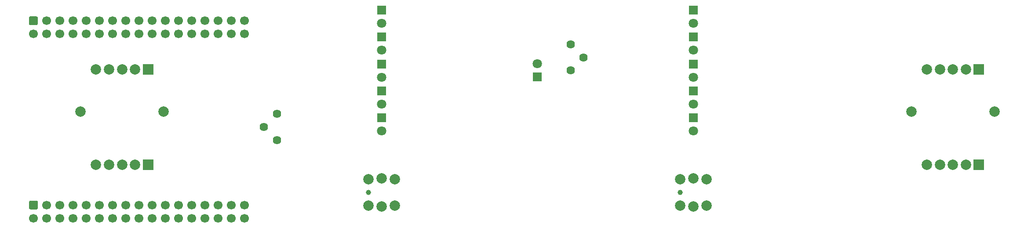
<source format=gts>
G04 #@! TF.GenerationSoftware,KiCad,Pcbnew,5.1.10-6.fc34*
G04 #@! TF.CreationDate,2021-10-25T15:30:44+02:00*
G04 #@! TF.ProjectId,Amp Module,416d7020-4d6f-4647-956c-652e6b696361,rev?*
G04 #@! TF.SameCoordinates,Original*
G04 #@! TF.FileFunction,Soldermask,Top*
G04 #@! TF.FilePolarity,Negative*
%FSLAX46Y46*%
G04 Gerber Fmt 4.6, Leading zero omitted, Abs format (unit mm)*
G04 Created by KiCad (PCBNEW 5.1.10-6.fc34) date 2021-10-25 15:30:44*
%MOMM*%
%LPD*%
G01*
G04 APERTURE LIST*
%ADD10C,2.000000*%
%ADD11R,2.000000X2.000000*%
%ADD12C,1.000000*%
%ADD13C,1.700000*%
%ADD14C,1.620000*%
%ADD15C,1.800000*%
%ADD16R,1.800000X1.800000*%
G04 APERTURE END LIST*
D10*
X36740000Y-47890000D03*
X39240000Y-47890000D03*
X34240000Y-47890000D03*
X41740000Y-47890000D03*
D11*
X44240000Y-47890000D03*
X44240000Y-29590000D03*
D10*
X41740000Y-29590000D03*
X34240000Y-29590000D03*
X36740000Y-29590000D03*
X39240000Y-29590000D03*
X47240000Y-37640000D03*
X31240000Y-37640000D03*
X196740000Y-47890000D03*
X199240000Y-47890000D03*
X194240000Y-47890000D03*
X201740000Y-47890000D03*
D11*
X204240000Y-47890000D03*
X204240000Y-29590000D03*
D10*
X201740000Y-29590000D03*
X194240000Y-29590000D03*
X196740000Y-29590000D03*
X199240000Y-29590000D03*
X207240000Y-37640000D03*
X191240000Y-37640000D03*
X149240000Y-50540000D03*
X149240000Y-55940000D03*
X146700000Y-55780000D03*
X146700000Y-50700000D03*
X151780000Y-50700000D03*
X151780000Y-55780000D03*
D12*
X146700000Y-53240000D03*
X86700000Y-53240000D03*
D10*
X91780000Y-55780000D03*
X91780000Y-50700000D03*
X86700000Y-50700000D03*
X86700000Y-55780000D03*
X89240000Y-55940000D03*
X89240000Y-50540000D03*
D13*
X62801500Y-22720300D03*
X60261500Y-22720300D03*
X57721500Y-22720300D03*
X55181500Y-22720300D03*
X52641500Y-22720300D03*
X50101500Y-22720300D03*
X47561500Y-22720300D03*
X45021500Y-22720300D03*
X42481500Y-22720300D03*
X39941500Y-22720300D03*
X37401500Y-22720300D03*
X34861500Y-22720300D03*
X32321500Y-22720300D03*
X29781500Y-22720300D03*
X27241500Y-22720300D03*
X24701500Y-22720300D03*
X22161500Y-22720300D03*
X62801500Y-20180300D03*
X60261500Y-20180300D03*
X57721500Y-20180300D03*
X55181500Y-20180300D03*
X52641500Y-20180300D03*
X50101500Y-20180300D03*
X47561500Y-20180300D03*
X45021500Y-20180300D03*
X42481500Y-20180300D03*
X39941500Y-20180300D03*
X37401500Y-20180300D03*
X34861500Y-20180300D03*
X32321500Y-20180300D03*
X29781500Y-20180300D03*
X27241500Y-20180300D03*
X24701500Y-20180300D03*
G36*
G01*
X21561500Y-19330300D02*
X22761500Y-19330300D01*
G75*
G02*
X23011500Y-19580300I0J-250000D01*
G01*
X23011500Y-20780300D01*
G75*
G02*
X22761500Y-21030300I-250000J0D01*
G01*
X21561500Y-21030300D01*
G75*
G02*
X21311500Y-20780300I0J250000D01*
G01*
X21311500Y-19580300D01*
G75*
G02*
X21561500Y-19330300I250000J0D01*
G01*
G37*
D14*
X128128400Y-27253560D03*
X125628400Y-24753560D03*
X125628400Y-29753560D03*
X69075300Y-38140640D03*
X69075300Y-43140640D03*
X66575300Y-40640640D03*
D15*
X89240000Y-41432500D03*
D16*
X89240000Y-38892500D03*
D15*
X149240000Y-41432500D03*
D16*
X149240000Y-38892500D03*
X119240000Y-31010000D03*
D15*
X119240000Y-28470000D03*
X89240000Y-25832500D03*
D16*
X89240000Y-23292500D03*
D15*
X89240000Y-31032500D03*
D16*
X89240000Y-28492500D03*
X89240000Y-33692500D03*
D15*
X89240000Y-36232500D03*
D16*
X89240000Y-18092500D03*
D15*
X89240000Y-20632500D03*
X149240000Y-25832500D03*
D16*
X149240000Y-23292500D03*
X149240000Y-28492500D03*
D15*
X149240000Y-31032500D03*
D16*
X149240000Y-33692500D03*
D15*
X149240000Y-36232500D03*
D16*
X149240000Y-18092500D03*
D15*
X149240000Y-20632500D03*
G36*
G01*
X21586900Y-54826800D02*
X22786900Y-54826800D01*
G75*
G02*
X23036900Y-55076800I0J-250000D01*
G01*
X23036900Y-56276800D01*
G75*
G02*
X22786900Y-56526800I-250000J0D01*
G01*
X21586900Y-56526800D01*
G75*
G02*
X21336900Y-56276800I0J250000D01*
G01*
X21336900Y-55076800D01*
G75*
G02*
X21586900Y-54826800I250000J0D01*
G01*
G37*
D13*
X24726900Y-55676800D03*
X27266900Y-55676800D03*
X29806900Y-55676800D03*
X32346900Y-55676800D03*
X34886900Y-55676800D03*
X37426900Y-55676800D03*
X39966900Y-55676800D03*
X42506900Y-55676800D03*
X45046900Y-55676800D03*
X47586900Y-55676800D03*
X50126900Y-55676800D03*
X52666900Y-55676800D03*
X55206900Y-55676800D03*
X57746900Y-55676800D03*
X60286900Y-55676800D03*
X62826900Y-55676800D03*
X22186900Y-58216800D03*
X24726900Y-58216800D03*
X27266900Y-58216800D03*
X29806900Y-58216800D03*
X32346900Y-58216800D03*
X34886900Y-58216800D03*
X37426900Y-58216800D03*
X39966900Y-58216800D03*
X42506900Y-58216800D03*
X45046900Y-58216800D03*
X47586900Y-58216800D03*
X50126900Y-58216800D03*
X52666900Y-58216800D03*
X55206900Y-58216800D03*
X57746900Y-58216800D03*
X60286900Y-58216800D03*
X62826900Y-58216800D03*
M02*

</source>
